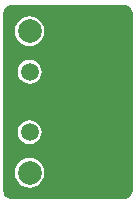
<source format=gbl>
G04 Layer_Physical_Order=2*
G04 Layer_Color=16711680*
%FSLAX25Y25*%
%MOIN*%
G70*
G01*
G75*
%ADD19C,0.05905*%
%ADD20C,0.07874*%
%ADD21C,0.02600*%
G36*
X41339Y65859D02*
Y65854D01*
X42079Y65756D01*
X42769Y65470D01*
X43362Y65016D01*
X43817Y64423D01*
X44103Y63733D01*
X44200Y62992D01*
X44205D01*
Y3937D01*
X44200D01*
X44103Y3196D01*
X43817Y2506D01*
X43362Y1914D01*
X42769Y1459D01*
X42079Y1173D01*
X41339Y1075D01*
Y1071D01*
X41339Y1071D01*
X3937D01*
Y1075D01*
X3196Y1173D01*
X2506Y1459D01*
X1914Y1914D01*
X1459Y2506D01*
X1173Y3196D01*
X1075Y3937D01*
X1071D01*
Y62992D01*
X1075D01*
X1173Y63733D01*
X1459Y64423D01*
X1914Y65016D01*
X2506Y65470D01*
X3196Y65756D01*
X3937Y65854D01*
Y65859D01*
X41339D01*
X41339Y65859D01*
D02*
G37*
%LPC*%
G36*
X9843Y14822D02*
X8554Y14652D01*
X7353Y14155D01*
X6321Y13364D01*
X5530Y12332D01*
X5033Y11131D01*
X4863Y9843D01*
X5033Y8554D01*
X5530Y7353D01*
X6321Y6321D01*
X7353Y5530D01*
X8554Y5033D01*
X9843Y4863D01*
X11131Y5033D01*
X12332Y5530D01*
X13364Y6321D01*
X14155Y7353D01*
X14652Y8554D01*
X14822Y9843D01*
X14652Y11131D01*
X14155Y12332D01*
X13364Y13364D01*
X12332Y14155D01*
X11131Y14652D01*
X9843Y14822D01*
D02*
G37*
G36*
Y27412D02*
X8811Y27276D01*
X7849Y26878D01*
X7023Y26244D01*
X6390Y25419D01*
X5991Y24457D01*
X5856Y23425D01*
X5991Y22393D01*
X6390Y21432D01*
X7023Y20606D01*
X7849Y19973D01*
X8811Y19574D01*
X9843Y19438D01*
X10874Y19574D01*
X11836Y19973D01*
X12662Y20606D01*
X13295Y21432D01*
X13693Y22393D01*
X13829Y23425D01*
X13693Y24457D01*
X13295Y25419D01*
X12662Y26244D01*
X11836Y26878D01*
X10874Y27276D01*
X9843Y27412D01*
D02*
G37*
G36*
Y62066D02*
X8554Y61897D01*
X7353Y61399D01*
X6321Y60608D01*
X5530Y59576D01*
X5033Y58375D01*
X4863Y57087D01*
X5033Y55798D01*
X5530Y54597D01*
X6321Y53566D01*
X7353Y52774D01*
X8554Y52277D01*
X9843Y52107D01*
X11131Y52277D01*
X12332Y52774D01*
X13364Y53566D01*
X14155Y54597D01*
X14652Y55798D01*
X14822Y57087D01*
X14652Y58375D01*
X14155Y59576D01*
X13364Y60608D01*
X12332Y61399D01*
X11131Y61897D01*
X9843Y62066D01*
D02*
G37*
G36*
Y47491D02*
X8811Y47355D01*
X7849Y46957D01*
X7023Y46323D01*
X6390Y45497D01*
X5991Y44536D01*
X5856Y43504D01*
X5991Y42472D01*
X6390Y41510D01*
X7023Y40685D01*
X7849Y40051D01*
X8811Y39653D01*
X9843Y39517D01*
X10874Y39653D01*
X11836Y40051D01*
X12662Y40685D01*
X13295Y41510D01*
X13693Y42472D01*
X13829Y43504D01*
X13693Y44536D01*
X13295Y45497D01*
X12662Y46323D01*
X11836Y46957D01*
X10874Y47355D01*
X9843Y47491D01*
D02*
G37*
%LPD*%
D19*
Y23425D02*
D03*
Y43504D02*
D03*
D20*
Y9843D02*
D03*
Y57087D02*
D03*
D21*
X35827Y16634D02*
D03*
Y50295D02*
D03*
X35433Y27559D02*
D03*
Y39370D02*
D03*
X13386Y38976D02*
D03*
Y29528D02*
D03*
X41339Y51181D02*
D03*
Y39370D02*
D03*
Y27559D02*
D03*
Y15748D02*
D03*
X27559D02*
D03*
Y51181D02*
D03*
X15748D02*
D03*
X3937D02*
D03*
Y39370D02*
D03*
Y27559D02*
D03*
X15748Y15748D02*
D03*
X3937D02*
D03*
X15748Y3937D02*
D03*
X3937D02*
D03*
X15748Y62992D02*
D03*
X3937D02*
D03*
M02*

</source>
